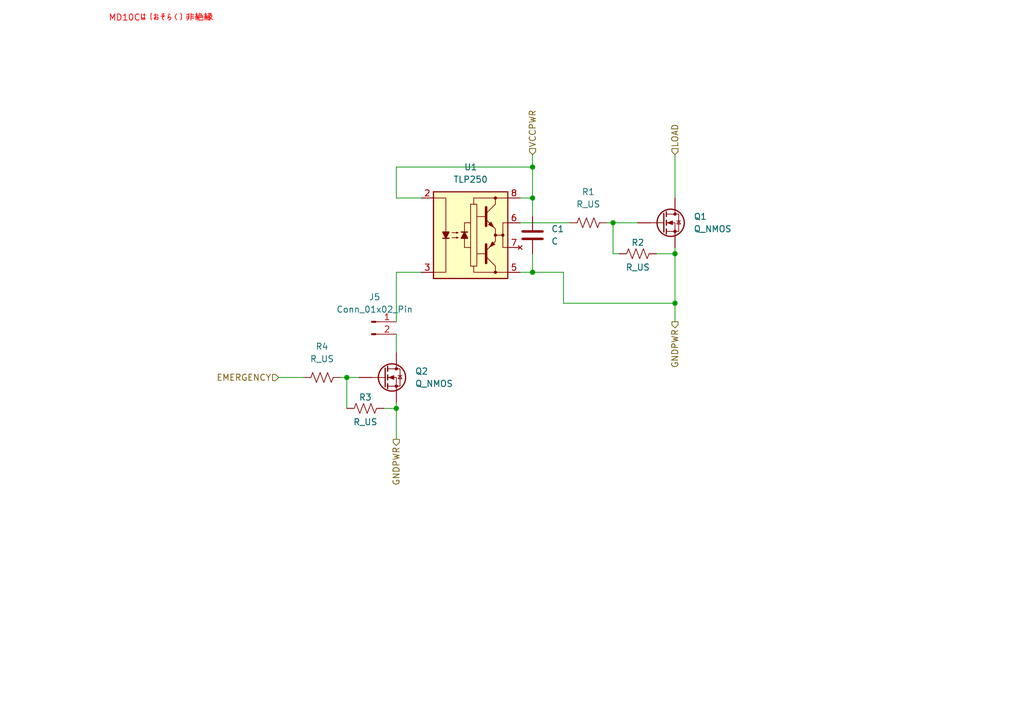
<source format=kicad_sch>
(kicad_sch (version 20250114) (generator "eeschema") (generator_version "9.0")
  (paper "A5")
  (lib_symbols
    (symbol "Connector:Conn_01x02_Pin" (pin_names (offset 1.016) (hide yes))
      (property "Reference" "J" (at 0 2.54 0))
      (property "Value" "Conn_01x02_Pin" (at 0 -5.08 0))
      (symbol "Conn_01x02_Pin_1_1"
        (rectangle (start 0.8636 0.127) (end 0 -0.127) (stroke (width 0.1524)) (fill (type outline)))
        (rectangle (start 0.8636 -2.413) (end 0 -2.667) (stroke (width 0.1524)) (fill (type outline)))
        (polyline (pts (xy 1.27 0) (xy 0.8636 0)) (stroke (width 0.1524)))
        (polyline (pts (xy 1.27 -2.54) (xy 0.8636 -2.54)) (stroke (width 0.1524)))
        (pin passive line (at 5.08 0 180) (length 3.81) (name "Pin_1") (number "1"))
        (pin passive line (at 5.08 -2.54 180) (length 3.81) (name "Pin_2") (number "2"))
      )
    )
    (symbol "Device:C" (pin_numbers (hide yes)) (pin_names (offset 0.254))
      (property "Reference" "C" (at 0.635 2.54 0))
      (property "Value" "C" (at 0.635 -2.54 0))
      (symbol "C_0_1"
        (polyline (pts (xy -2.032 0.762) (xy 2.032 0.762)) (stroke (width 0.508)))
        (polyline (pts (xy -2.032 -0.762) (xy 2.032 -0.762)) (stroke (width 0.508)))
      )
      (symbol "C_1_1"
        (pin passive line (at 0 3.81 270) (length 2.794) (name "~") (number "1"))
        (pin passive line (at 0 -3.81 90) (length 2.794) (name "~") (number "2"))
      )
    )
    (symbol "Device:Q_NMOS" (pin_numbers (hide yes)) (pin_names (offset 0) (hide yes))
      (property "Reference" "Q" (at 5.08 1.27 0))
      (property "Value" "Q_NMOS" (at 5.08 -1.27 0))
      (symbol "Q_NMOS_0_1"
        (polyline (pts (xy 0.254 1.905) (xy 0.254 -1.905)) (stroke (width 0.254)))
        (polyline (pts (xy 0.254 0) (xy -2.54 0)))
        (polyline (pts (xy 0.762 2.286) (xy 0.762 1.27)) (stroke (width 0.254)))
        (polyline (pts (xy 0.762 0.508) (xy 0.762 -0.508)) (stroke (width 0.254)))
        (polyline (pts (xy 0.762 -1.27) (xy 0.762 -2.286)) (stroke (width 0.254)))
        (polyline (pts (xy 0.762 -1.778) (xy 3.302 -1.778) (xy 3.302 1.778) (xy 0.762 1.778)))
        (polyline (pts (xy 1.016 0) (xy 2.032 0.381) (xy 2.032 -0.381) (xy 1.016 0)) (fill (type outline)))
        (circle (center 1.651 0) (radius 2.794) (stroke (width 0.254)))
        (polyline (pts (xy 2.54 2.54) (xy 2.54 1.778)))
        (circle (center 2.54 1.778) (radius 0.254) (fill (type outline)))
        (circle (center 2.54 -1.778) (radius 0.254) (fill (type outline)))
        (polyline (pts (xy 2.54 -2.54) (xy 2.54 0) (xy 0.762 0)))
        (polyline (pts (xy 2.921 0.381) (xy 3.683 0.381)))
        (polyline (pts (xy 3.302 0.381) (xy 2.921 -0.254) (xy 3.683 -0.254) (xy 3.302 0.381)))
      )
      (symbol "Q_NMOS_1_1"
        (pin input line (at -5.08 0 0) (length 2.54) (name "G") (number "G"))
        (pin passive line (at 2.54 5.08 270) (length 2.54) (name "D") (number "D"))
        (pin passive line (at 2.54 -5.08 90) (length 2.54) (name "S") (number "S"))
      )
    )
    (symbol "Device:R_US" (pin_numbers (hide yes)) (pin_names (offset 0))
      (property "Reference" "R" (at 2.54 0 90))
      (property "Value" "R_US" (at -2.54 0 90))
      (symbol "R_US_0_1"
        (polyline (pts (xy 0 2.286) (xy 0 2.54)))
        (polyline (pts (xy 0 2.286) (xy 1.016 1.905) (xy 0 1.524) (xy -1.016 1.143) (xy 0 0.762)))
        (polyline (pts (xy 0 0.762) (xy 1.016 0.381) (xy 0 0) (xy -1.016 -0.381) (xy 0 -0.762)))
        (polyline (pts (xy 0 -0.762) (xy 1.016 -1.143) (xy 0 -1.524) (xy -1.016 -1.905) (xy 0 -2.286)))
        (polyline (pts (xy 0 -2.286) (xy 0 -2.54)))
      )
      (symbol "R_US_1_1"
        (pin passive line (at 0 3.81 270) (length 1.27) (name "~") (number "1"))
        (pin passive line (at 0 -3.81 90) (length 1.27) (name "~") (number "2"))
      )
    )
    (symbol "Driver_FET:TLP250" (pin_names (hide yes))
      (property "Reference" "U1" (at 0 13.97 0))
      (property "Value" "TLP250" (at 0 11.43 0))
      (symbol "TLP250_0_1"
        (rectangle (start -7.62 8.89) (end 7.62 -8.89) (stroke (width 0.254)) (fill (type background)))
        (polyline (pts (xy -7.62 7.62) (xy -5.08 7.62) (xy -5.08 -7.62) (xy -7.62 -7.62)))
        (polyline (pts (xy -5.715 -0.635) (xy -4.445 -0.635)) (stroke (width 0.254)))
        (polyline (pts (xy -5.08 -0.635) (xy -5.715 0.635) (xy -4.445 0.635) (xy -5.08 -0.635)) (stroke (width 0.254)) (fill (type outline)))
        (polyline (pts (xy -3.81 0.508) (xy -2.54 0.508) (xy -2.921 0.381) (xy -2.921 0.635) (xy -2.54 0.508)))
        (polyline (pts (xy -3.81 -0.508) (xy -2.54 -0.508) (xy -2.921 -0.635) (xy -2.921 -0.381) (xy -2.54 -0.508)))
        (polyline (pts (xy -1.27 0.635) (xy -1.27 2.54) (xy 0 2.54)))
        (polyline (pts (xy -1.27 0.635) (xy -0.635 -0.635) (xy -1.905 -0.635) (xy -1.27 0.635)) (stroke (width 0.254)) (fill (type outline)))
        (polyline (pts (xy -1.27 -0.635) (xy -1.27 -2.54) (xy 0 -2.54)))
        (polyline (pts (xy -0.635 0.635) (xy -1.905 0.635)) (stroke (width 0.254)))
        (rectangle (start 0.635 6.35) (end 0.635 7.62))
        (rectangle (start 0.635 6.35) (end 0.635 6.35))
        (polyline (pts (xy 0.635 -6.35) (xy 0.635 -7.62) (xy 7.62 -7.62)))
        (polyline (pts (xy 1.27 6.35) (xy 1.27 -6.35) (xy 0 -6.35) (xy 0 6.35) (xy 1.27 6.35)))
        (polyline (pts (xy 3.048 3.81) (xy 1.27 3.81)))
        (polyline (pts (xy 3.048 -3.81) (xy 1.27 -3.81)))
        (polyline (pts (xy 3.175 5.715) (xy 3.175 1.905) (xy 3.175 1.905)) (stroke (width 0.508)))
        (polyline (pts (xy 3.175 4.445) (xy 5.08 6.35)))
        (polyline (pts (xy 3.175 -4.445) (xy 5.08 -6.35)))
        (polyline (pts (xy 3.175 -5.715) (xy 3.175 -1.905) (xy 3.175 -1.905)) (stroke (width 0.508)))
        (polyline (pts (xy 3.683 2.159) (xy 4.191 2.667) (xy 4.699 1.651) (xy 3.683 2.159) (xy 3.683 2.159)) (fill (type outline)))
        (polyline (pts (xy 4.953 -1.905) (xy 4.445 -1.397) (xy 3.937 -2.413) (xy 4.953 -1.905) (xy 4.953 -1.905)) (fill (type outline)))
        (circle (center 5.08 7.62) (radius 0.254) (fill (type outline)))
        (polyline (pts (xy 5.08 6.35) (xy 5.08 7.62)))
        (polyline (pts (xy 5.08 1.27) (xy 3.175 3.175)) (fill (type outline)))
        (rectangle (start 5.08 1.27) (end 5.08 -1.27))
        (polyline (pts (xy 5.08 0) (xy 6.604 0)))
        (circle (center 5.08 0) (radius 0.254) (fill (type outline)))
        (polyline (pts (xy 5.08 -1.27) (xy 3.175 -3.175)) (fill (type outline)))
        (polyline (pts (xy 5.08 -6.35) (xy 5.08 -7.62)))
        (circle (center 5.08 -7.62) (radius 0.254) (fill (type outline)))
        (circle (center 6.604 0) (radius 0.254) (fill (type outline)))
        (polyline (pts (xy 7.62 7.62) (xy 0.635 7.62)))
        (polyline (pts (xy 7.62 2.54) (xy 6.604 2.54) (xy 6.604 -2.54) (xy 7.62 -2.54)))
      )
      (symbol "TLP250_1_1"
        (pin passive line (at -10.16 7.62 0) (length 2.54) (name "A") (number "2"))
        (pin passive line (at -10.16 -7.62 0) (length 2.54) (name "C") (number "3"))
        (pin no_connect line (at -7.62 2.54 0) (length 2.54) (hide yes) (name "NC") (number "1"))
        (pin no_connect line (at -7.62 -2.54 0) (length 2.54) (hide yes) (name "NC") (number "4"))
        (pin power_in line (at 10.16 7.62 180) (length 2.54) (name "VCC") (number "8"))
        (pin output line (at 10.16 2.54 180) (length 2.54) (name "VO") (number "6"))
        (pin no_connect line (at 10.16 -2.54 180) (length 2.54) (name "VO") (number "7"))
        (pin power_in line (at 10.16 -7.62 180) (length 2.54) (name "VEE") (number "5"))
      )
    )
  )
  (text "MD10Cは（おそらく）非絶縁" (at 33.02 3.81 0) (effects (font (size 1.27 1.27))))
  (junction (at 125.73 45.72))
  (junction (at 138.43 62.23))
  (junction (at 109.22 40.64))
  (junction (at 109.22 55.88))
  (junction (at 109.22 34.29))
  (junction (at 71.12 77.47))
  (junction (at 81.28 83.82))
  (junction (at 138.43 52.07))
  (wire (pts (xy 81.28 40.64) (xy 81.28 34.29)))
  (wire (pts (xy 125.73 52.07) (xy 127 52.07)))
  (wire (pts (xy 109.22 40.64) (xy 109.22 44.45)))
  (wire (pts (xy 71.12 83.82) (xy 71.12 77.47)))
  (wire (pts (xy 81.28 68.58) (xy 81.28 72.39)))
  (wire (pts (xy 115.57 62.23) (xy 115.57 55.88)))
  (wire (pts (xy 81.28 55.88) (xy 86.36 55.88)))
  (wire (pts (xy 115.57 55.88) (xy 109.22 55.88)))
  (wire (pts (xy 115.57 62.23) (xy 138.43 62.23)))
  (wire (pts (xy 138.43 52.07) (xy 138.43 62.23)))
  (wire (pts (xy 69.85 77.47) (xy 71.12 77.47)))
  (wire (pts (xy 57.15 77.47) (xy 62.23 77.47)))
  (wire (pts (xy 109.22 55.88) (xy 106.68 55.88)))
  (wire (pts (xy 109.22 40.64) (xy 106.68 40.64)))
  (wire (pts (xy 109.22 31.75) (xy 109.22 34.29)))
  (wire (pts (xy 81.28 82.55) (xy 81.28 83.82)))
  (wire (pts (xy 81.28 40.64) (xy 86.36 40.64)))
  (wire (pts (xy 71.12 77.47) (xy 73.66 77.47)))
  (wire (pts (xy 81.28 34.29) (xy 109.22 34.29)))
  (wire (pts (xy 109.22 34.29) (xy 109.22 40.64)))
  (wire (pts (xy 134.62 52.07) (xy 138.43 52.07)))
  (wire (pts (xy 138.43 62.23) (xy 138.43 66.04)))
  (wire (pts (xy 106.68 45.72) (xy 116.84 45.72)))
  (wire (pts (xy 81.28 55.88) (xy 81.28 66.04)))
  (wire (pts (xy 109.22 52.07) (xy 109.22 55.88)))
  (wire (pts (xy 125.73 52.07) (xy 125.73 45.72)))
  (wire (pts (xy 138.43 50.8) (xy 138.43 52.07)))
  (wire (pts (xy 78.74 83.82) (xy 81.28 83.82)))
  (wire (pts (xy 125.73 45.72) (xy 130.81 45.72)))
  (wire (pts (xy 81.28 83.82) (xy 81.28 90.17)))
  (wire (pts (xy 125.73 45.72) (xy 124.46 45.72)))
  (wire (pts (xy 138.43 31.75) (xy 138.43 40.64)))
  (hierarchical_label "LOAD" (shape input) (at 138.43 31.75 90))
  (hierarchical_label "VCCPWR" (shape input) (at 109.22 31.75 90))
  (hierarchical_label "EMERGENCY" (shape input) (at 57.15 77.47 180))
  (hierarchical_label "GNDPWR" (shape output) (at 81.28 90.17 270))
  (hierarchical_label "GNDPWR" (shape output) (at 138.43 66.04 270))
  (symbol (lib_id "Device:R_US") (at 130.81 52.07 90) (unit 1)
    (property "Reference" "R2" (at 130.81 49.784 90))
    (property "Value" "R_US" (at 130.81 54.864 90))
    (property "Description" "Resistor, US symbol" (effects (hide yes)))
  )
  (symbol (lib_id "Device:C") (at 109.22 48.26 0) (unit 1)
    (property "Reference" "C1" (at 113.03 46.9899 0) (effects (justify left)))
    (property "Value" "C" (at 113.03 49.5299 0) (effects (justify left)))
    (property "Description" "Unpolarized capacitor" (effects (hide yes)))
  )
  (symbol (lib_id "Device:R_US") (at 120.65 45.72 90) (unit 1)
    (property "Reference" "R1" (at 120.65 39.37 90))
    (property "Value" "R_US" (at 120.65 41.91 90))
    (property "Description" "Resistor, US symbol" (effects (hide yes)))
  )
  (symbol (lib_id "Connector:Conn_01x02_Pin") (at 76.2 66.04 0) (unit 1)
    (property "Reference" "J5" (at 76.835 60.96 0))
    (property "Value" "Conn_01x02_Pin" (at 76.835 63.5 0))
    (property "Description" "Generic connector, single row, 01x02, script generated" (effects (hide yes)))
  )
  (symbol (lib_id "Driver_FET:TLP250") (at 96.52 48.26 0) (unit 1)
    (property "Reference" "U1" (at 96.52 34.29 0))
    (property "Value" "TLP250" (at 96.52 36.83 0))
    (property "Footprint" "Package_DIP:DIP-8_W7.62mm" (effects (hide yes)))
    (property "Datasheet" "http://toshiba.semicon-storage.com/info/docget.jsp?did=16821&prodName=TLP250" (effects (hide yes)))
    (property "Description" "Gate Drive Optocoupler, Output Current 1.5/1.5A, DIP-8" (effects (hide yes)))
  )
  (symbol (lib_id "Device:R_US") (at 74.93 83.82 90) (unit 1)
    (property "Reference" "R3" (at 74.93 81.534 90))
    (property "Value" "R_US" (at 74.93 86.614 90))
    (property "Description" "Resistor, US symbol" (effects (hide yes)))
  )
  (symbol (lib_id "Device:Q_NMOS") (at 135.89 45.72 0) (unit 1)
    (property "Reference" "Q1" (at 142.24 44.4499 0) (effects (justify left)))
    (property "Value" "Q_NMOS" (at 142.24 46.9899 0) (effects (justify left)))
    (property "Description" "N-MOSFET transistor" (effects (hide yes)))
  )
  (symbol (lib_id "Device:Q_NMOS") (at 78.74 77.47 0) (unit 1)
    (property "Reference" "Q2" (at 85.09 76.1999 0) (effects (justify left)))
    (property "Value" "Q_NMOS" (at 85.09 78.7399 0) (effects (justify left)))
    (property "Description" "N-MOSFET transistor" (effects (hide yes)))
  )
  (symbol (lib_id "Device:R_US") (at 66.04 77.47 90) (unit 1)
    (property "Reference" "R4" (at 66.04 71.12 90))
    (property "Value" "R_US" (at 66.04 73.66 90))
    (property "Description" "Resistor, US symbol" (effects (hide yes)))
  )
)
</source>
